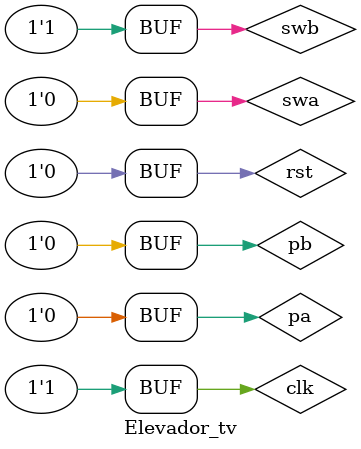
<source format=v>
`timescale 1ns / 1ps


module Elevador_tv;

	// Inputs
	reg pa;
	reg pb;
	reg swa;
	reg swb;
	reg clk;
	reg rst;

	// Outputs
	wire Mup;
	wire Mdown;

	// Instantiate the Unit Under Test (UUT)
	Elevador_vm uut (
		.pa(pa), 
		.pb(pb), 
		.swa(swa), 
		.swb(swb), 
		.Mup(Mup), 
		.Mdown(Mdown), 
		.clk(clk), 
		.rst(rst)
	);

	initial begin
		// Initialize Inputs
		pa = 0;
		pb = 0;
		swa = 0;
		swb = 0;
		rst = 1;

		// Wait 100 ns for global reset to finish
		#100;
		rst=0;
		swa = 0;
		swb = 0;//esta tildado al medio 
		#100;
		swb=1;//llego abajo
		#100;
		pa = 1;
		#10;
		pa = 0;
		swb = 0;//deja de tocar swb
		#200;
		swa=1;
		#200;
		pb = 1;
		#10;
		pb = 0;
		swa = 0;//deja de tocar swa
		#200;
		swb=1;//llega abajo
		
        
		// Add stimulus here

	end
	
	//clock
	   parameter PERIOD = 5;

   always begin
      clk = 1'b0;
      #(PERIOD/2) clk = 1'b1;
      #(PERIOD/2);
   end 
      
endmodule


</source>
